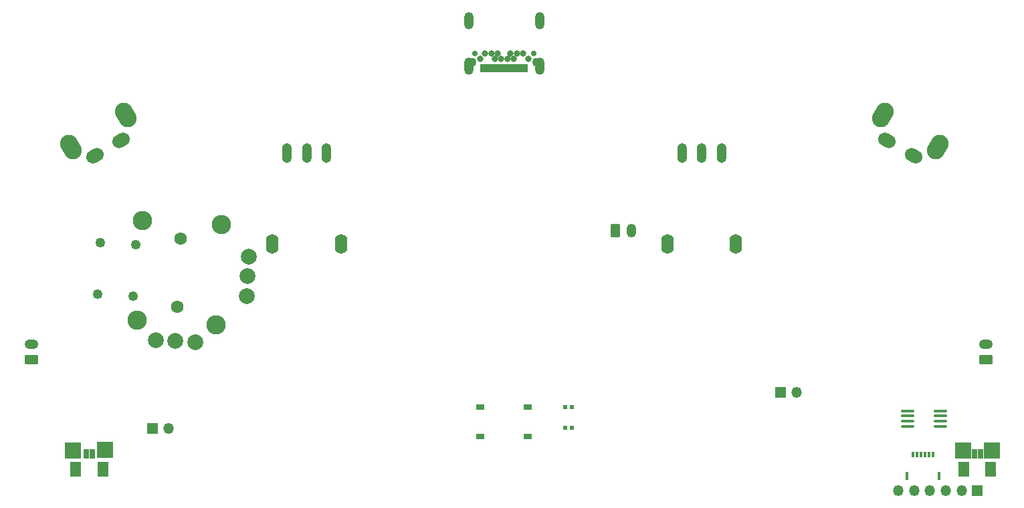
<source format=gbr>
%TF.GenerationSoftware,KiCad,Pcbnew,8.0.2*%
%TF.CreationDate,2024-07-13T20:06:51-07:00*%
%TF.ProjectId,UGC_Main,5547435f-4d61-4696-9e2e-6b696361645f,rev?*%
%TF.SameCoordinates,Original*%
%TF.FileFunction,Soldermask,Bot*%
%TF.FilePolarity,Negative*%
%FSLAX46Y46*%
G04 Gerber Fmt 4.6, Leading zero omitted, Abs format (unit mm)*
G04 Created by KiCad (PCBNEW 8.0.2) date 2024-07-13 20:06:51*
%MOMM*%
%LPD*%
G01*
G04 APERTURE LIST*
G04 Aperture macros list*
%AMRoundRect*
0 Rectangle with rounded corners*
0 $1 Rounding radius*
0 $2 $3 $4 $5 $6 $7 $8 $9 X,Y pos of 4 corners*
0 Add a 4 corners polygon primitive as box body*
4,1,4,$2,$3,$4,$5,$6,$7,$8,$9,$2,$3,0*
0 Add four circle primitives for the rounded corners*
1,1,$1+$1,$2,$3*
1,1,$1+$1,$4,$5*
1,1,$1+$1,$6,$7*
1,1,$1+$1,$8,$9*
0 Add four rect primitives between the rounded corners*
20,1,$1+$1,$2,$3,$4,$5,0*
20,1,$1+$1,$4,$5,$6,$7,0*
20,1,$1+$1,$6,$7,$8,$9,0*
20,1,$1+$1,$8,$9,$2,$3,0*%
%AMHorizOval*
0 Thick line with rounded ends*
0 $1 width*
0 $2 $3 position (X,Y) of the first rounded end (center of the circle)*
0 $4 $5 position (X,Y) of the second rounded end (center of the circle)*
0 Add line between two ends*
20,1,$1,$2,$3,$4,$5,0*
0 Add two circle primitives to create the rounded ends*
1,1,$1,$2,$3*
1,1,$1,$4,$5*%
G04 Aperture macros list end*
%ADD10R,2.000000X2.000000*%
%ADD11RoundRect,0.102000X0.250000X0.500000X-0.250000X0.500000X-0.250000X-0.500000X0.250000X-0.500000X0*%
%ADD12RoundRect,0.102000X0.600000X0.850000X-0.600000X0.850000X-0.600000X-0.850000X0.600000X-0.850000X0*%
%ADD13R,1.350000X1.350000*%
%ADD14O,1.350000X1.350000*%
%ADD15C,2.450000*%
%ADD16C,1.600000*%
%ADD17C,1.250000*%
%ADD18C,2.000000*%
%ADD19HorizOval,2.250000X-0.250000X0.433013X0.250000X-0.433013X0*%
%ADD20HorizOval,1.700000X0.259808X0.150000X-0.259808X-0.150000X0*%
%ADD21HorizOval,2.250000X-0.250000X-0.433013X0.250000X0.433013X0*%
%ADD22HorizOval,1.700000X0.259808X-0.150000X-0.259808X0.150000X0*%
%ADD23R,1.000000X0.750000*%
%ADD24R,0.500000X0.550000*%
%ADD25RoundRect,0.250000X0.625000X-0.350000X0.625000X0.350000X-0.625000X0.350000X-0.625000X-0.350000X0*%
%ADD26O,1.750000X1.200000*%
%ADD27R,0.300000X0.700000*%
%ADD28R,0.300000X1.000000*%
%ADD29O,1.250000X2.500000*%
%ADD30O,1.600000X2.500000*%
%ADD31RoundRect,0.250000X-0.350000X-0.625000X0.350000X-0.625000X0.350000X0.625000X-0.350000X0.625000X0*%
%ADD32O,1.200000X1.750000*%
%ADD33C,0.700000*%
%ADD34RoundRect,0.102000X-0.175000X0.445000X-0.175000X-0.445000X0.175000X-0.445000X0.175000X0.445000X0*%
%ADD35C,0.804000*%
%ADD36O,1.204000X2.204000*%
%ADD37C,1.104000*%
%ADD38RoundRect,0.100000X0.712500X0.100000X-0.712500X0.100000X-0.712500X-0.100000X0.712500X-0.100000X0*%
G04 APERTURE END LIST*
D10*
%TO.C,TP4*%
X167995600Y-139065000D03*
%TD*%
%TO.C,TP3*%
X163931600Y-139090400D03*
%TD*%
D11*
%TO.C,J10*%
X166363600Y-139564800D03*
X165563600Y-139564800D03*
D12*
X167663600Y-141514800D03*
X164263600Y-141514800D03*
%TD*%
D13*
%TO.C,J8*%
X253457200Y-131775200D03*
D14*
X255457200Y-131775200D03*
%TD*%
D15*
%TO.C,SW6*%
X172671539Y-110006388D03*
X172009489Y-122639052D03*
D16*
X177558707Y-112290293D03*
X177108617Y-120878507D03*
D15*
X182657835Y-110529748D03*
X181995785Y-123162412D03*
D17*
X171861497Y-113043156D03*
X171521313Y-119534248D03*
X167367664Y-112807644D03*
X167027480Y-119298736D03*
D18*
X174381765Y-125141637D03*
X176878339Y-125272477D03*
X179374913Y-125403317D03*
X185890899Y-119536297D03*
X186021739Y-117039723D03*
X186152579Y-114543149D03*
%TD*%
D19*
%TO.C,SW7*%
X163618112Y-100644336D03*
X170546316Y-96644336D03*
D20*
X166643465Y-101784400D03*
X170020963Y-99834400D03*
%TD*%
D21*
%TO.C,SW8*%
X266420998Y-96644336D03*
X273349202Y-100644336D03*
D22*
X266946351Y-99834400D03*
X270323849Y-101784400D03*
%TD*%
D13*
%TO.C,J4*%
X278380200Y-144195800D03*
D14*
X276380200Y-144195800D03*
X274380200Y-144195800D03*
X272380200Y-144195800D03*
X270380200Y-144195800D03*
X268380200Y-144195800D03*
%TD*%
D13*
%TO.C,J9*%
X173955200Y-136347200D03*
D14*
X175955200Y-136347200D03*
%TD*%
D23*
%TO.C,SW14*%
X221483657Y-133609400D03*
X215483657Y-133609400D03*
X221483657Y-137359400D03*
X215483657Y-137359400D03*
%TD*%
D10*
%TO.C,TP1*%
X276555200Y-139090400D03*
%TD*%
D24*
%TO.C,SW15*%
X227025200Y-136245600D03*
X226225200Y-136245600D03*
X227025200Y-133595600D03*
X226225200Y-133595600D03*
%TD*%
D25*
%TO.C,J7*%
X279501600Y-127635000D03*
D26*
X279501600Y-125635000D03*
%TD*%
D27*
%TO.C,J13*%
X272740173Y-139656580D03*
X272240173Y-139656580D03*
X271740173Y-139656580D03*
X271240173Y-139656580D03*
X270740173Y-139656580D03*
X270240173Y-139656580D03*
D28*
X273530173Y-142306580D03*
X269450173Y-142306580D03*
%TD*%
D29*
%TO.C,RV2*%
X243483657Y-101434400D03*
X240983657Y-101434400D03*
X245983657Y-101434400D03*
D30*
X247833657Y-112934400D03*
X239133657Y-112934400D03*
%TD*%
D10*
%TO.C,TP2*%
X280199742Y-139096669D03*
%TD*%
D11*
%TO.C,J1*%
X278784000Y-139564800D03*
X277984000Y-139564800D03*
D12*
X280084000Y-141514800D03*
X276684000Y-141514800D03*
%TD*%
D31*
%TO.C,B1*%
X232547596Y-111285471D03*
D32*
X234547596Y-111285471D03*
%TD*%
D25*
%TO.C,J6*%
X158623000Y-127635000D03*
D26*
X158623000Y-125635000D03*
%TD*%
D33*
%TO.C,J5*%
X214758635Y-88804400D03*
X222208635Y-88804400D03*
D34*
X215733635Y-90709400D03*
X216233635Y-90709400D03*
X216733635Y-90709400D03*
X217233635Y-90709400D03*
X217733635Y-90709400D03*
X218233635Y-90709400D03*
X218733635Y-90709400D03*
X219233635Y-90709400D03*
X219733635Y-90709400D03*
X220233635Y-90709400D03*
X220733635Y-90709400D03*
X221233635Y-90709400D03*
D35*
X221533635Y-89504400D03*
X220883635Y-88804400D03*
X220083635Y-88804400D03*
X219683635Y-89504400D03*
X219283635Y-88804400D03*
X218883635Y-89504400D03*
X218083635Y-89504400D03*
X217683635Y-88804400D03*
X217283635Y-89504400D03*
X216883635Y-88804400D03*
X216083635Y-88804400D03*
X215433635Y-89504400D03*
D36*
X213983635Y-84704400D03*
D37*
X214433635Y-89904400D03*
D36*
X213983635Y-90454400D03*
X222983635Y-84704400D03*
D37*
X222533635Y-89904400D03*
D36*
X222983635Y-90454400D03*
%TD*%
D38*
%TO.C,U7*%
X273740100Y-134102200D03*
X273740100Y-134752200D03*
X273740100Y-135402200D03*
X273740100Y-136052200D03*
X269515100Y-136052200D03*
X269515100Y-135402200D03*
X269515100Y-134752200D03*
X269515100Y-134102200D03*
%TD*%
D29*
%TO.C,RV1*%
X193483657Y-101434400D03*
X190983657Y-101434400D03*
X195983657Y-101434400D03*
D30*
X197833657Y-112934400D03*
X189133657Y-112934400D03*
%TD*%
M02*

</source>
